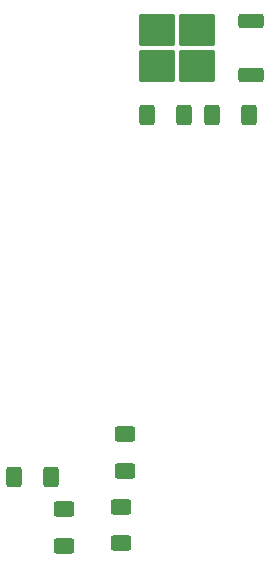
<source format=gbr>
%TF.GenerationSoftware,KiCad,Pcbnew,9.0.0*%
%TF.CreationDate,2025-03-14T14:41:01+01:00*%
%TF.ProjectId,LEDstripDrv2.0,4c454473-7472-4697-9044-7276322e302e,rev?*%
%TF.SameCoordinates,Original*%
%TF.FileFunction,Paste,Top*%
%TF.FilePolarity,Positive*%
%FSLAX46Y46*%
G04 Gerber Fmt 4.6, Leading zero omitted, Abs format (unit mm)*
G04 Created by KiCad (PCBNEW 9.0.0) date 2025-03-14 14:41:01*
%MOMM*%
%LPD*%
G01*
G04 APERTURE LIST*
G04 Aperture macros list*
%AMRoundRect*
0 Rectangle with rounded corners*
0 $1 Rounding radius*
0 $2 $3 $4 $5 $6 $7 $8 $9 X,Y pos of 4 corners*
0 Add a 4 corners polygon primitive as box body*
4,1,4,$2,$3,$4,$5,$6,$7,$8,$9,$2,$3,0*
0 Add four circle primitives for the rounded corners*
1,1,$1+$1,$2,$3*
1,1,$1+$1,$4,$5*
1,1,$1+$1,$6,$7*
1,1,$1+$1,$8,$9*
0 Add four rect primitives between the rounded corners*
20,1,$1+$1,$2,$3,$4,$5,0*
20,1,$1+$1,$4,$5,$6,$7,0*
20,1,$1+$1,$6,$7,$8,$9,0*
20,1,$1+$1,$8,$9,$2,$3,0*%
G04 Aperture macros list end*
%ADD10RoundRect,0.250000X0.400000X0.625000X-0.400000X0.625000X-0.400000X-0.625000X0.400000X-0.625000X0*%
%ADD11RoundRect,0.250000X-0.625000X0.400000X-0.625000X-0.400000X0.625000X-0.400000X0.625000X0.400000X0*%
%ADD12RoundRect,0.250000X-0.400000X-0.625000X0.400000X-0.625000X0.400000X0.625000X-0.400000X0.625000X0*%
%ADD13RoundRect,0.250000X0.850000X0.350000X-0.850000X0.350000X-0.850000X-0.350000X0.850000X-0.350000X0*%
%ADD14RoundRect,0.250000X1.275000X1.125000X-1.275000X1.125000X-1.275000X-1.125000X1.275000X-1.125000X0*%
G04 APERTURE END LIST*
D10*
%TO.C,R1*%
X158100000Y-81500000D03*
X155000000Y-81500000D03*
%TD*%
%TO.C,R5*%
X141350000Y-112200000D03*
X138250000Y-112200000D03*
%TD*%
D11*
%TO.C,R3*%
X147300000Y-114700000D03*
X147300000Y-117800000D03*
%TD*%
%TO.C,R6*%
X142500000Y-114900000D03*
X142500000Y-118000000D03*
%TD*%
D12*
%TO.C,R2*%
X149500000Y-81500000D03*
X152600000Y-81500000D03*
%TD*%
D13*
%TO.C,U4*%
X158325000Y-78105000D03*
D14*
X153700000Y-77350000D03*
X153700000Y-74300000D03*
X150350000Y-77350000D03*
X150350000Y-74300000D03*
D13*
X158325000Y-73545000D03*
%TD*%
D11*
%TO.C,R4*%
X147600000Y-108550000D03*
X147600000Y-111650000D03*
%TD*%
M02*

</source>
